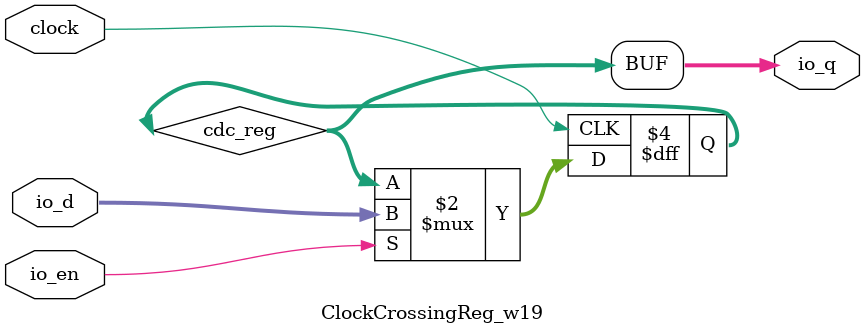
<source format=sv>
`ifndef RANDOMIZE
  `ifdef RANDOMIZE_MEM_INIT
    `define RANDOMIZE
  `endif // RANDOMIZE_MEM_INIT
`endif // not def RANDOMIZE
`ifndef RANDOMIZE
  `ifdef RANDOMIZE_REG_INIT
    `define RANDOMIZE
  `endif // RANDOMIZE_REG_INIT
`endif // not def RANDOMIZE

`ifndef RANDOM
  `define RANDOM $random
`endif // not def RANDOM

// Users can define INIT_RANDOM as general code that gets injected into the
// initializer block for modules with registers.
`ifndef INIT_RANDOM
  `define INIT_RANDOM
`endif // not def INIT_RANDOM

// If using random initialization, you can also define RANDOMIZE_DELAY to
// customize the delay used, otherwise 0.002 is used.
`ifndef RANDOMIZE_DELAY
  `define RANDOMIZE_DELAY 0.002
`endif // not def RANDOMIZE_DELAY

// Define INIT_RANDOM_PROLOG_ for use in our modules below.
`ifndef INIT_RANDOM_PROLOG_
  `ifdef RANDOMIZE
    `ifdef VERILATOR
      `define INIT_RANDOM_PROLOG_ `INIT_RANDOM
    `else  // VERILATOR
      `define INIT_RANDOM_PROLOG_ `INIT_RANDOM #`RANDOMIZE_DELAY begin end
    `endif // VERILATOR
  `else  // RANDOMIZE
    `define INIT_RANDOM_PROLOG_
  `endif // RANDOMIZE
`endif // not def INIT_RANDOM_PROLOG_

// Include register initializers in init blocks unless synthesis is set
`ifndef SYNTHESIS
  `ifndef ENABLE_INITIAL_REG_
    `define ENABLE_INITIAL_REG_
  `endif // not def ENABLE_INITIAL_REG_
`endif // not def SYNTHESIS

// Include rmemory initializers in init blocks unless synthesis is set
`ifndef SYNTHESIS
  `ifndef ENABLE_INITIAL_MEM_
    `define ENABLE_INITIAL_MEM_
  `endif // not def ENABLE_INITIAL_MEM_
`endif // not def SYNTHESIS

// Standard header to adapt well known macros for prints and assertions.

// Users can define 'PRINTF_COND' to add an extra gate to prints.
`ifndef PRINTF_COND_
  `ifdef PRINTF_COND
    `define PRINTF_COND_ (`PRINTF_COND)
  `else  // PRINTF_COND
    `define PRINTF_COND_ 1
  `endif // PRINTF_COND
`endif // not def PRINTF_COND_

// Users can define 'ASSERT_VERBOSE_COND' to add an extra gate to assert error printing.
`ifndef ASSERT_VERBOSE_COND_
  `ifdef ASSERT_VERBOSE_COND
    `define ASSERT_VERBOSE_COND_ (`ASSERT_VERBOSE_COND)
  `else  // ASSERT_VERBOSE_COND
    `define ASSERT_VERBOSE_COND_ 1
  `endif // ASSERT_VERBOSE_COND
`endif // not def ASSERT_VERBOSE_COND_

// Users can define 'STOP_COND' to add an extra gate to stop conditions.
`ifndef STOP_COND_
  `ifdef STOP_COND
    `define STOP_COND_ (`STOP_COND)
  `else  // STOP_COND
    `define STOP_COND_ 1
  `endif // STOP_COND
`endif // not def STOP_COND_

module ClockCrossingReg_w19(
  input         clock,
  input  [18:0] io_d,	// @[generators/rocket-chip/src/main/scala/util/SynchronizerReg.scala:195:14]
  output [18:0] io_q,	// @[generators/rocket-chip/src/main/scala/util/SynchronizerReg.scala:195:14]
  input         io_en	// @[generators/rocket-chip/src/main/scala/util/SynchronizerReg.scala:195:14]
);

  reg [18:0] cdc_reg;	// @[generators/rocket-chip/src/main/scala/util/SynchronizerReg.scala:201:76]
  always @(posedge clock) begin
    if (io_en)	// @[generators/rocket-chip/src/main/scala/util/SynchronizerReg.scala:195:14]
      cdc_reg <= io_d;	// @[generators/rocket-chip/src/main/scala/util/SynchronizerReg.scala:201:76]
  end // always @(posedge)
  `ifdef ENABLE_INITIAL_REG_
    `ifdef FIRRTL_BEFORE_INITIAL
      `FIRRTL_BEFORE_INITIAL
    `endif // FIRRTL_BEFORE_INITIAL
    logic [31:0] _RANDOM[0:0];
    initial begin
      `ifdef INIT_RANDOM_PROLOG_
        `INIT_RANDOM_PROLOG_
      `endif // INIT_RANDOM_PROLOG_
      `ifdef RANDOMIZE_REG_INIT
        _RANDOM[/*Zero width*/ 1'b0] = `RANDOM;
        cdc_reg = _RANDOM[/*Zero width*/ 1'b0][18:0];	// @[generators/rocket-chip/src/main/scala/util/SynchronizerReg.scala:201:76]
      `endif // RANDOMIZE_REG_INIT
    end // initial
    `ifdef FIRRTL_AFTER_INITIAL
      `FIRRTL_AFTER_INITIAL
    `endif // FIRRTL_AFTER_INITIAL
  `endif // ENABLE_INITIAL_REG_
  assign io_q = cdc_reg;	// @[generators/rocket-chip/src/main/scala/util/SynchronizerReg.scala:201:76]
endmodule


</source>
